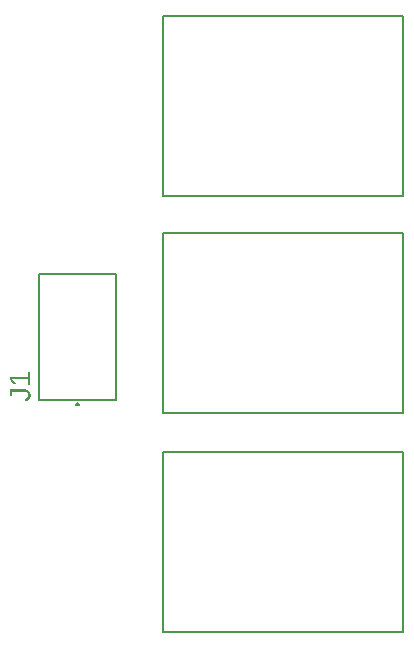
<source format=gbr>
G04 EAGLE Gerber RS-274X export*
G75*
%MOMM*%
%FSLAX34Y34*%
%LPD*%
%INSilkscreen Top*%
%IPPOS*%
%AMOC8*
5,1,8,0,0,1.08239X$1,22.5*%
G01*
G04 Define Apertures*
%ADD10C,0.127000*%
G36*
X1031867Y-443836D02*
X1029988Y-443836D01*
X1029988Y-439427D01*
X1016673Y-439427D01*
X1019461Y-443333D01*
X1017373Y-443333D01*
X1014560Y-439243D01*
X1014560Y-437203D01*
X1029988Y-437203D01*
X1029988Y-432990D01*
X1031867Y-432990D01*
X1031867Y-443836D01*
G37*
G36*
X1027568Y-457953D02*
X1027187Y-455656D01*
X1027534Y-455592D01*
X1027860Y-455511D01*
X1028168Y-455413D01*
X1028455Y-455297D01*
X1028723Y-455164D01*
X1028972Y-455014D01*
X1029201Y-454846D01*
X1029410Y-454661D01*
X1029597Y-454462D01*
X1029760Y-454250D01*
X1029897Y-454026D01*
X1030009Y-453789D01*
X1030097Y-453541D01*
X1030159Y-453280D01*
X1030196Y-453006D01*
X1030209Y-452721D01*
X1030195Y-452410D01*
X1030154Y-452116D01*
X1030085Y-451839D01*
X1029989Y-451578D01*
X1029866Y-451335D01*
X1029715Y-451108D01*
X1029536Y-450899D01*
X1029331Y-450706D01*
X1029098Y-450533D01*
X1028840Y-450384D01*
X1028557Y-450257D01*
X1028248Y-450153D01*
X1027914Y-450073D01*
X1027554Y-450015D01*
X1027168Y-449981D01*
X1026757Y-449969D01*
X1016476Y-449969D01*
X1016476Y-453298D01*
X1014560Y-453298D01*
X1014560Y-447635D01*
X1026708Y-447635D01*
X1027321Y-447657D01*
X1027900Y-447721D01*
X1028445Y-447827D01*
X1028957Y-447976D01*
X1029436Y-448168D01*
X1029881Y-448402D01*
X1030292Y-448679D01*
X1030669Y-448999D01*
X1031008Y-449355D01*
X1031301Y-449744D01*
X1031549Y-450163D01*
X1031752Y-450614D01*
X1031910Y-451097D01*
X1032022Y-451611D01*
X1032090Y-452156D01*
X1032113Y-452733D01*
X1032095Y-453269D01*
X1032042Y-453776D01*
X1031953Y-454256D01*
X1031829Y-454708D01*
X1031669Y-455132D01*
X1031474Y-455528D01*
X1031243Y-455897D01*
X1030976Y-456237D01*
X1030675Y-456549D01*
X1030337Y-456833D01*
X1029965Y-457090D01*
X1029556Y-457318D01*
X1029112Y-457519D01*
X1028633Y-457692D01*
X1028118Y-457837D01*
X1027568Y-457953D01*
G37*
D10*
X1039400Y-456433D02*
X1104400Y-456433D01*
X1104400Y-350233D01*
X1039400Y-350233D01*
X1039400Y-456433D01*
X1070900Y-460483D02*
X1070902Y-460420D01*
X1070908Y-460358D01*
X1070918Y-460296D01*
X1070931Y-460234D01*
X1070949Y-460174D01*
X1070970Y-460115D01*
X1070995Y-460057D01*
X1071024Y-460001D01*
X1071056Y-459947D01*
X1071091Y-459895D01*
X1071129Y-459846D01*
X1071171Y-459798D01*
X1071215Y-459754D01*
X1071263Y-459712D01*
X1071312Y-459674D01*
X1071364Y-459639D01*
X1071418Y-459607D01*
X1071474Y-459578D01*
X1071532Y-459553D01*
X1071591Y-459532D01*
X1071651Y-459514D01*
X1071713Y-459501D01*
X1071775Y-459491D01*
X1071837Y-459485D01*
X1071900Y-459483D01*
X1071963Y-459485D01*
X1072025Y-459491D01*
X1072087Y-459501D01*
X1072149Y-459514D01*
X1072209Y-459532D01*
X1072268Y-459553D01*
X1072326Y-459578D01*
X1072382Y-459607D01*
X1072436Y-459639D01*
X1072488Y-459674D01*
X1072537Y-459712D01*
X1072585Y-459754D01*
X1072629Y-459798D01*
X1072671Y-459846D01*
X1072709Y-459895D01*
X1072744Y-459947D01*
X1072776Y-460001D01*
X1072805Y-460057D01*
X1072830Y-460115D01*
X1072851Y-460174D01*
X1072869Y-460234D01*
X1072882Y-460296D01*
X1072892Y-460358D01*
X1072898Y-460420D01*
X1072900Y-460483D01*
X1072898Y-460546D01*
X1072892Y-460608D01*
X1072882Y-460670D01*
X1072869Y-460732D01*
X1072851Y-460792D01*
X1072830Y-460851D01*
X1072805Y-460909D01*
X1072776Y-460965D01*
X1072744Y-461019D01*
X1072709Y-461071D01*
X1072671Y-461120D01*
X1072629Y-461168D01*
X1072585Y-461212D01*
X1072537Y-461254D01*
X1072488Y-461292D01*
X1072436Y-461327D01*
X1072382Y-461359D01*
X1072326Y-461388D01*
X1072268Y-461413D01*
X1072209Y-461434D01*
X1072149Y-461452D01*
X1072087Y-461465D01*
X1072025Y-461475D01*
X1071963Y-461481D01*
X1071900Y-461483D01*
X1071837Y-461481D01*
X1071775Y-461475D01*
X1071713Y-461465D01*
X1071651Y-461452D01*
X1071591Y-461434D01*
X1071532Y-461413D01*
X1071474Y-461388D01*
X1071418Y-461359D01*
X1071364Y-461327D01*
X1071312Y-461292D01*
X1071263Y-461254D01*
X1071215Y-461212D01*
X1071171Y-461168D01*
X1071129Y-461120D01*
X1071091Y-461071D01*
X1071056Y-461019D01*
X1071024Y-460965D01*
X1070995Y-460909D01*
X1070970Y-460851D01*
X1070949Y-460792D01*
X1070931Y-460732D01*
X1070918Y-460670D01*
X1070908Y-460608D01*
X1070902Y-460546D01*
X1070900Y-460483D01*
X1144300Y-500700D02*
X1144300Y-653100D01*
X1144300Y-500700D02*
X1347500Y-500700D01*
X1347500Y-653100D01*
X1144300Y-653100D01*
X1144300Y-468000D02*
X1144300Y-315600D01*
X1347500Y-315600D01*
X1347500Y-468000D01*
X1144300Y-468000D01*
X1144300Y-283900D02*
X1144300Y-131500D01*
X1347500Y-131500D01*
X1347500Y-283900D01*
X1144300Y-283900D01*
M02*

</source>
